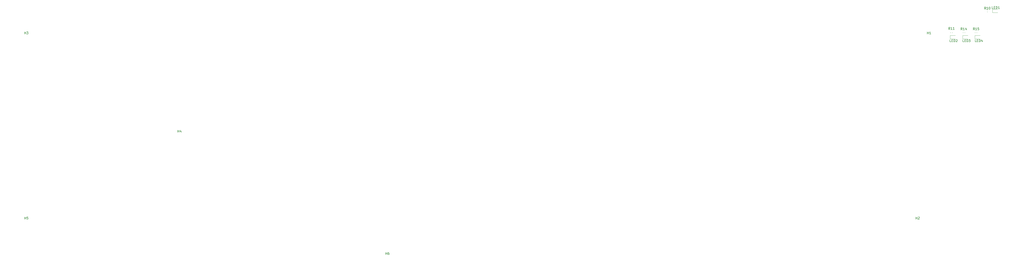
<source format=gbr>
G04 #@! TF.GenerationSoftware,KiCad,Pcbnew,(5.1.9)-1*
G04 #@! TF.CreationDate,2021-04-19T22:21:22+02:00*
G04 #@! TF.ProjectId,keyboard,6b657962-6f61-4726-942e-6b696361645f,rev?*
G04 #@! TF.SameCoordinates,Original*
G04 #@! TF.FileFunction,Legend,Top*
G04 #@! TF.FilePolarity,Positive*
%FSLAX46Y46*%
G04 Gerber Fmt 4.6, Leading zero omitted, Abs format (unit mm)*
G04 Created by KiCad (PCBNEW (5.1.9)-1) date 2021-04-19 22:21:22*
%MOMM*%
%LPD*%
G01*
G04 APERTURE LIST*
%ADD10C,0.120000*%
%ADD11C,0.150000*%
G04 APERTURE END LIST*
D10*
X470727500Y-30235000D02*
X473012500Y-30235000D01*
X470727500Y-28765000D02*
X470727500Y-30235000D01*
X473012500Y-28765000D02*
X470727500Y-28765000D01*
X452227500Y-41735000D02*
X454512500Y-41735000D01*
X452227500Y-40265000D02*
X452227500Y-41735000D01*
X454512500Y-40265000D02*
X452227500Y-40265000D01*
X460012500Y-40265000D02*
X457727500Y-40265000D01*
X457727500Y-40265000D02*
X457727500Y-41735000D01*
X457727500Y-41735000D02*
X460012500Y-41735000D01*
X465300000Y-40265000D02*
X463015000Y-40265000D01*
X463015000Y-40265000D02*
X463015000Y-41735000D01*
X463015000Y-41735000D02*
X465300000Y-41735000D01*
X468336359Y-29120000D02*
X468643641Y-29120000D01*
X468336359Y-29880000D02*
X468643641Y-29880000D01*
X452370000Y-38836359D02*
X452370000Y-39143641D01*
X453130000Y-38836359D02*
X453130000Y-39143641D01*
X458630000Y-38836359D02*
X458630000Y-39143641D01*
X457870000Y-38836359D02*
X457870000Y-39143641D01*
X463120000Y-38836359D02*
X463120000Y-39143641D01*
X463880000Y-38836359D02*
X463880000Y-39143641D01*
D11*
X205238095Y-136152380D02*
X205238095Y-135152380D01*
X205238095Y-135628571D02*
X205809523Y-135628571D01*
X205809523Y-136152380D02*
X205809523Y-135152380D01*
X206714285Y-135152380D02*
X206523809Y-135152380D01*
X206428571Y-135200000D01*
X206380952Y-135247619D01*
X206285714Y-135390476D01*
X206238095Y-135580952D01*
X206238095Y-135961904D01*
X206285714Y-136057142D01*
X206333333Y-136104761D01*
X206428571Y-136152380D01*
X206619047Y-136152380D01*
X206714285Y-136104761D01*
X206761904Y-136057142D01*
X206809523Y-135961904D01*
X206809523Y-135723809D01*
X206761904Y-135628571D01*
X206714285Y-135580952D01*
X206619047Y-135533333D01*
X206428571Y-135533333D01*
X206333333Y-135580952D01*
X206285714Y-135628571D01*
X206238095Y-135723809D01*
X47238095Y-120652380D02*
X47238095Y-119652380D01*
X47238095Y-120128571D02*
X47809523Y-120128571D01*
X47809523Y-120652380D02*
X47809523Y-119652380D01*
X48761904Y-119652380D02*
X48285714Y-119652380D01*
X48238095Y-120128571D01*
X48285714Y-120080952D01*
X48380952Y-120033333D01*
X48619047Y-120033333D01*
X48714285Y-120080952D01*
X48761904Y-120128571D01*
X48809523Y-120223809D01*
X48809523Y-120461904D01*
X48761904Y-120557142D01*
X48714285Y-120604761D01*
X48619047Y-120652380D01*
X48380952Y-120652380D01*
X48285714Y-120604761D01*
X48238095Y-120557142D01*
X114238095Y-82652380D02*
X114238095Y-81652380D01*
X114238095Y-82128571D02*
X114809523Y-82128571D01*
X114809523Y-82652380D02*
X114809523Y-81652380D01*
X115714285Y-81985714D02*
X115714285Y-82652380D01*
X115476190Y-81604761D02*
X115238095Y-82319047D01*
X115857142Y-82319047D01*
X47238095Y-39652380D02*
X47238095Y-38652380D01*
X47238095Y-39128571D02*
X47809523Y-39128571D01*
X47809523Y-39652380D02*
X47809523Y-38652380D01*
X48190476Y-38652380D02*
X48809523Y-38652380D01*
X48476190Y-39033333D01*
X48619047Y-39033333D01*
X48714285Y-39080952D01*
X48761904Y-39128571D01*
X48809523Y-39223809D01*
X48809523Y-39461904D01*
X48761904Y-39557142D01*
X48714285Y-39604761D01*
X48619047Y-39652380D01*
X48333333Y-39652380D01*
X48238095Y-39604761D01*
X48190476Y-39557142D01*
X437238095Y-120652380D02*
X437238095Y-119652380D01*
X437238095Y-120128571D02*
X437809523Y-120128571D01*
X437809523Y-120652380D02*
X437809523Y-119652380D01*
X438238095Y-119747619D02*
X438285714Y-119700000D01*
X438380952Y-119652380D01*
X438619047Y-119652380D01*
X438714285Y-119700000D01*
X438761904Y-119747619D01*
X438809523Y-119842857D01*
X438809523Y-119938095D01*
X438761904Y-120080952D01*
X438190476Y-120652380D01*
X438809523Y-120652380D01*
X442238095Y-39652380D02*
X442238095Y-38652380D01*
X442238095Y-39128571D02*
X442809523Y-39128571D01*
X442809523Y-39652380D02*
X442809523Y-38652380D01*
X443809523Y-39652380D02*
X443238095Y-39652380D01*
X443523809Y-39652380D02*
X443523809Y-38652380D01*
X443428571Y-38795238D01*
X443333333Y-38890476D01*
X443238095Y-38938095D01*
X471093452Y-28522380D02*
X470617261Y-28522380D01*
X470617261Y-27522380D01*
X471426785Y-27998571D02*
X471760119Y-27998571D01*
X471902976Y-28522380D02*
X471426785Y-28522380D01*
X471426785Y-27522380D01*
X471902976Y-27522380D01*
X472331547Y-28522380D02*
X472331547Y-27522380D01*
X472569642Y-27522380D01*
X472712500Y-27570000D01*
X472807738Y-27665238D01*
X472855357Y-27760476D01*
X472902976Y-27950952D01*
X472902976Y-28093809D01*
X472855357Y-28284285D01*
X472807738Y-28379523D01*
X472712500Y-28474761D01*
X472569642Y-28522380D01*
X472331547Y-28522380D01*
X473855357Y-28522380D02*
X473283928Y-28522380D01*
X473569642Y-28522380D02*
X473569642Y-27522380D01*
X473474404Y-27665238D01*
X473379166Y-27760476D01*
X473283928Y-27808095D01*
X452593452Y-43052380D02*
X452117261Y-43052380D01*
X452117261Y-42052380D01*
X452926785Y-42528571D02*
X453260119Y-42528571D01*
X453402976Y-43052380D02*
X452926785Y-43052380D01*
X452926785Y-42052380D01*
X453402976Y-42052380D01*
X453831547Y-43052380D02*
X453831547Y-42052380D01*
X454069642Y-42052380D01*
X454212500Y-42100000D01*
X454307738Y-42195238D01*
X454355357Y-42290476D01*
X454402976Y-42480952D01*
X454402976Y-42623809D01*
X454355357Y-42814285D01*
X454307738Y-42909523D01*
X454212500Y-43004761D01*
X454069642Y-43052380D01*
X453831547Y-43052380D01*
X454783928Y-42147619D02*
X454831547Y-42100000D01*
X454926785Y-42052380D01*
X455164880Y-42052380D01*
X455260119Y-42100000D01*
X455307738Y-42147619D01*
X455355357Y-42242857D01*
X455355357Y-42338095D01*
X455307738Y-42480952D01*
X454736309Y-43052380D01*
X455355357Y-43052380D01*
X458280952Y-43052380D02*
X457804761Y-43052380D01*
X457804761Y-42052380D01*
X458614285Y-42528571D02*
X458947619Y-42528571D01*
X459090476Y-43052380D02*
X458614285Y-43052380D01*
X458614285Y-42052380D01*
X459090476Y-42052380D01*
X459519047Y-43052380D02*
X459519047Y-42052380D01*
X459757142Y-42052380D01*
X459900000Y-42100000D01*
X459995238Y-42195238D01*
X460042857Y-42290476D01*
X460090476Y-42480952D01*
X460090476Y-42623809D01*
X460042857Y-42814285D01*
X459995238Y-42909523D01*
X459900000Y-43004761D01*
X459757142Y-43052380D01*
X459519047Y-43052380D01*
X460423809Y-42052380D02*
X461042857Y-42052380D01*
X460709523Y-42433333D01*
X460852380Y-42433333D01*
X460947619Y-42480952D01*
X460995238Y-42528571D01*
X461042857Y-42623809D01*
X461042857Y-42861904D01*
X460995238Y-42957142D01*
X460947619Y-43004761D01*
X460852380Y-43052380D01*
X460566666Y-43052380D01*
X460471428Y-43004761D01*
X460423809Y-42957142D01*
X463680952Y-43052380D02*
X463204761Y-43052380D01*
X463204761Y-42052380D01*
X464014285Y-42528571D02*
X464347619Y-42528571D01*
X464490476Y-43052380D02*
X464014285Y-43052380D01*
X464014285Y-42052380D01*
X464490476Y-42052380D01*
X464919047Y-43052380D02*
X464919047Y-42052380D01*
X465157142Y-42052380D01*
X465300000Y-42100000D01*
X465395238Y-42195238D01*
X465442857Y-42290476D01*
X465490476Y-42480952D01*
X465490476Y-42623809D01*
X465442857Y-42814285D01*
X465395238Y-42909523D01*
X465300000Y-43004761D01*
X465157142Y-43052380D01*
X464919047Y-43052380D01*
X466347619Y-42385714D02*
X466347619Y-43052380D01*
X466109523Y-42004761D02*
X465871428Y-42719047D01*
X466490476Y-42719047D01*
X467847142Y-28782380D02*
X467513809Y-28306190D01*
X467275714Y-28782380D02*
X467275714Y-27782380D01*
X467656666Y-27782380D01*
X467751904Y-27830000D01*
X467799523Y-27877619D01*
X467847142Y-27972857D01*
X467847142Y-28115714D01*
X467799523Y-28210952D01*
X467751904Y-28258571D01*
X467656666Y-28306190D01*
X467275714Y-28306190D01*
X468799523Y-28782380D02*
X468228095Y-28782380D01*
X468513809Y-28782380D02*
X468513809Y-27782380D01*
X468418571Y-27925238D01*
X468323333Y-28020476D01*
X468228095Y-28068095D01*
X469418571Y-27782380D02*
X469513809Y-27782380D01*
X469609047Y-27830000D01*
X469656666Y-27877619D01*
X469704285Y-27972857D01*
X469751904Y-28163333D01*
X469751904Y-28401428D01*
X469704285Y-28591904D01*
X469656666Y-28687142D01*
X469609047Y-28734761D01*
X469513809Y-28782380D01*
X469418571Y-28782380D01*
X469323333Y-28734761D01*
X469275714Y-28687142D01*
X469228095Y-28591904D01*
X469180476Y-28401428D01*
X469180476Y-28163333D01*
X469228095Y-27972857D01*
X469275714Y-27877619D01*
X469323333Y-27830000D01*
X469418571Y-27782380D01*
X452157142Y-37652380D02*
X451823809Y-37176190D01*
X451585714Y-37652380D02*
X451585714Y-36652380D01*
X451966666Y-36652380D01*
X452061904Y-36700000D01*
X452109523Y-36747619D01*
X452157142Y-36842857D01*
X452157142Y-36985714D01*
X452109523Y-37080952D01*
X452061904Y-37128571D01*
X451966666Y-37176190D01*
X451585714Y-37176190D01*
X453109523Y-37652380D02*
X452538095Y-37652380D01*
X452823809Y-37652380D02*
X452823809Y-36652380D01*
X452728571Y-36795238D01*
X452633333Y-36890476D01*
X452538095Y-36938095D01*
X454061904Y-37652380D02*
X453490476Y-37652380D01*
X453776190Y-37652380D02*
X453776190Y-36652380D01*
X453680952Y-36795238D01*
X453585714Y-36890476D01*
X453490476Y-36938095D01*
X457557142Y-37852380D02*
X457223809Y-37376190D01*
X456985714Y-37852380D02*
X456985714Y-36852380D01*
X457366666Y-36852380D01*
X457461904Y-36900000D01*
X457509523Y-36947619D01*
X457557142Y-37042857D01*
X457557142Y-37185714D01*
X457509523Y-37280952D01*
X457461904Y-37328571D01*
X457366666Y-37376190D01*
X456985714Y-37376190D01*
X458509523Y-37852380D02*
X457938095Y-37852380D01*
X458223809Y-37852380D02*
X458223809Y-36852380D01*
X458128571Y-36995238D01*
X458033333Y-37090476D01*
X457938095Y-37138095D01*
X459366666Y-37185714D02*
X459366666Y-37852380D01*
X459128571Y-36804761D02*
X458890476Y-37519047D01*
X459509523Y-37519047D01*
X462957142Y-37852380D02*
X462623809Y-37376190D01*
X462385714Y-37852380D02*
X462385714Y-36852380D01*
X462766666Y-36852380D01*
X462861904Y-36900000D01*
X462909523Y-36947619D01*
X462957142Y-37042857D01*
X462957142Y-37185714D01*
X462909523Y-37280952D01*
X462861904Y-37328571D01*
X462766666Y-37376190D01*
X462385714Y-37376190D01*
X463909523Y-37852380D02*
X463338095Y-37852380D01*
X463623809Y-37852380D02*
X463623809Y-36852380D01*
X463528571Y-36995238D01*
X463433333Y-37090476D01*
X463338095Y-37138095D01*
X464814285Y-36852380D02*
X464338095Y-36852380D01*
X464290476Y-37328571D01*
X464338095Y-37280952D01*
X464433333Y-37233333D01*
X464671428Y-37233333D01*
X464766666Y-37280952D01*
X464814285Y-37328571D01*
X464861904Y-37423809D01*
X464861904Y-37661904D01*
X464814285Y-37757142D01*
X464766666Y-37804761D01*
X464671428Y-37852380D01*
X464433333Y-37852380D01*
X464338095Y-37804761D01*
X464290476Y-37757142D01*
M02*

</source>
